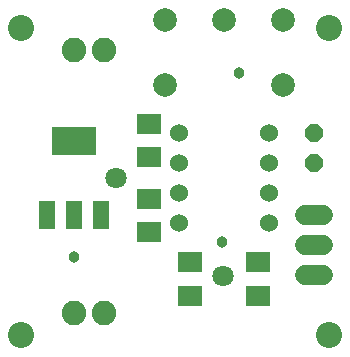
<source format=gbr>
G04 EAGLE Gerber RS-274X export*
G75*
%MOMM*%
%FSLAX34Y34*%
%LPD*%
%INSoldermask Bottom*%
%IPPOS*%
%AMOC8*
5,1,8,0,0,1.08239X$1,22.5*%
G01*
%ADD10C,2.203200*%
%ADD11P,1.649562X8X292.500000*%
%ADD12R,1.422400X2.438400*%
%ADD13R,3.803200X2.403200*%
%ADD14C,1.524000*%
%ADD15R,2.006200X1.803200*%
%ADD16C,2.082800*%
%ADD17C,2.003200*%
%ADD18C,1.727200*%
%ADD19C,0.965200*%
%ADD20C,1.803700*%
%ADD21C,1.803400*%


D10*
X298450Y965200D03*
X38100Y704850D03*
X38100Y965200D03*
X298450Y704850D03*
D11*
X285750Y876300D03*
X285750Y850900D03*
D12*
X105664Y807212D03*
X82550Y807212D03*
X59436Y807212D03*
D13*
X82550Y869190D03*
D14*
X171450Y876300D03*
X171450Y850900D03*
X247650Y850900D03*
X247650Y876300D03*
X171450Y825500D03*
X171450Y800100D03*
X247650Y825500D03*
X247650Y800100D03*
D15*
X146050Y820670D03*
X146050Y792230D03*
X146050Y855730D03*
X146050Y884170D03*
X180975Y738255D03*
X180975Y766695D03*
X238125Y738255D03*
X238125Y766695D03*
D16*
X107950Y946150D03*
X82550Y946150D03*
X82550Y723900D03*
X107950Y723900D03*
D17*
X209550Y971550D03*
X159550Y971550D03*
X259550Y971550D03*
X259550Y916550D03*
X159550Y916550D03*
D18*
X278130Y806450D02*
X293370Y806450D01*
X293370Y781050D02*
X278130Y781050D01*
X278130Y755650D02*
X293370Y755650D01*
D19*
X82550Y771525D03*
D20*
X118050Y838200D03*
D19*
X207582Y784098D03*
D21*
X209042Y755269D03*
D19*
X222250Y927100D03*
M02*

</source>
